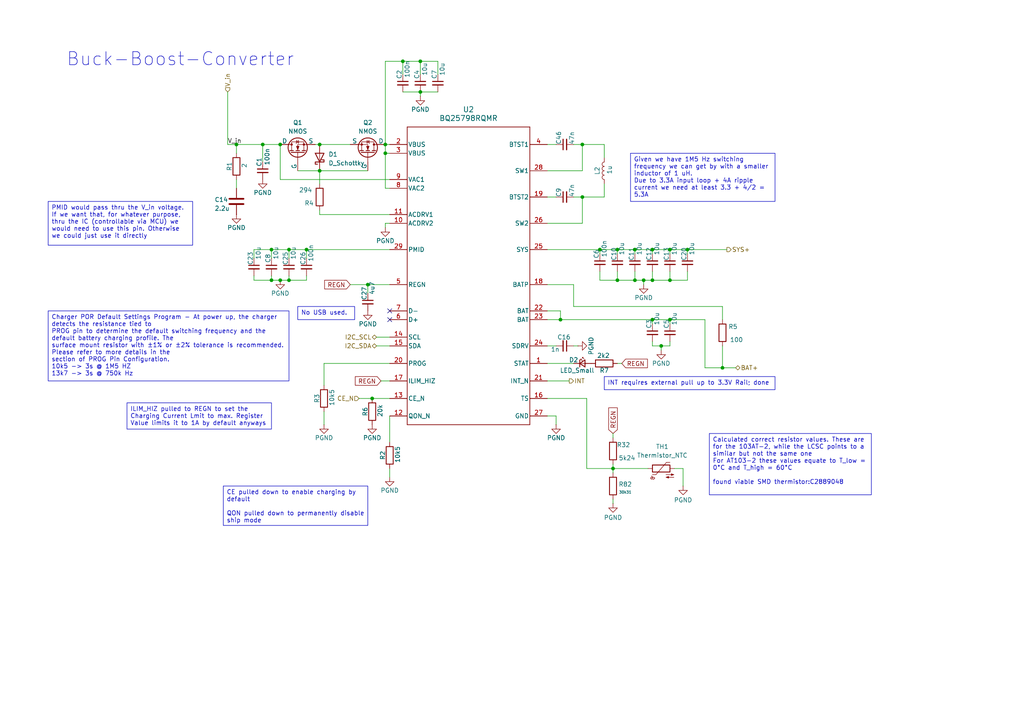
<source format=kicad_sch>
(kicad_sch (version 20250114) (generator "eeschema") (generator_version "9.0")
  (paper "A4")
  (lib_symbols
    (symbol "Device:C" (pin_numbers (hide yes)) (pin_names (offset 0.254))
      (property "Reference" "C" (at 0.635 2.54 0))
      (property "Value" "C" (at 0.635 -2.54 0))
      (symbol "C_0_1"
        (polyline (pts (xy -2.032 0.762) (xy 2.032 0.762)) (stroke (width 0.508)))
        (polyline (pts (xy -2.032 -0.762) (xy 2.032 -0.762)) (stroke (width 0.508)))
      )
      (symbol "C_1_1"
        (pin passive line (at 0 3.81 270) (length 2.794) (name "~") (number "1"))
        (pin passive line (at 0 -3.81 90) (length 2.794) (name "~") (number "2"))
      )
    )
    (symbol "Device:C_Small" (pin_numbers (hide yes)) (pin_names (offset 0.254) (hide yes))
      (property "Reference" "C" (at 0.254 1.778 0))
      (property "Value" "C_Small" (at 0.254 -2.032 0))
      (symbol "C_Small_0_1"
        (polyline (pts (xy -1.524 0.508) (xy 1.524 0.508)) (stroke (width 0.3048)))
        (polyline (pts (xy -1.524 -0.508) (xy 1.524 -0.508)) (stroke (width 0.3302)))
      )
      (symbol "C_Small_1_1"
        (pin passive line (at 0 2.54 270) (length 2.032) (name "~") (number "1"))
        (pin passive line (at 0 -2.54 90) (length 2.032) (name "~") (number "2"))
      )
    )
    (symbol "Device:D_Schottky" (pin_numbers (hide yes)) (pin_names (offset 1.016) (hide yes))
      (property "Reference" "D" (at 0 2.54 0))
      (property "Value" "D_Schottky" (at 0 -2.54 0))
      (symbol "D_Schottky_0_1"
        (polyline (pts (xy -1.905 0.635) (xy -1.905 1.27) (xy -1.27 1.27) (xy -1.27 -1.27) (xy -0.635 -1.27) (xy -0.635 -0.635)) (stroke (width 0.254)))
        (polyline (pts (xy 1.27 1.27) (xy 1.27 -1.27) (xy -1.27 0) (xy 1.27 1.27)) (stroke (width 0.254)))
        (polyline (pts (xy 1.27 0) (xy -1.27 0)))
      )
      (symbol "D_Schottky_1_1"
        (pin passive line (at -3.81 0 0) (length 2.54) (name "K") (number "1"))
        (pin passive line (at 3.81 0 180) (length 2.54) (name "A") (number "2"))
      )
    )
    (symbol "Device:L" (pin_numbers (hide yes)) (pin_names (offset 1.016) (hide yes))
      (property "Reference" "L" (at -1.27 0 90))
      (property "Value" "L" (at 1.905 0 90))
      (symbol "L_0_1"
        (arc (start 0 2.54) (mid 0.6323 1.905) (end 0 1.27))
        (arc (start 0 1.27) (mid 0.6323 0.635) (end 0 0))
        (arc (start 0 0) (mid 0.6323 -0.635) (end 0 -1.27))
        (arc (start 0 -1.27) (mid 0.6323 -1.905) (end 0 -2.54))
      )
      (symbol "L_1_1"
        (pin passive line (at 0 3.81 270) (length 1.27) (name "1") (number "1"))
        (pin passive line (at 0 -3.81 90) (length 1.27) (name "2") (number "2"))
      )
    )
    (symbol "Device:LED_Small" (pin_numbers (hide yes)) (pin_names (offset 0.254) (hide yes))
      (property "Reference" "D" (at -1.27 3.175 0))
      (property "Value" "LED_Small" (at -4.445 -2.54 0))
      (symbol "LED_Small_0_1"
        (polyline (pts (xy -0.762 -1.016) (xy -0.762 1.016)) (stroke (width 0.254)))
        (polyline (pts (xy 0 0.762) (xy -0.508 1.27) (xy -0.254 1.27) (xy -0.508 1.27) (xy -0.508 1.016)))
        (polyline (pts (xy 0.508 1.27) (xy 0 1.778) (xy 0.254 1.778) (xy 0 1.778) (xy 0 1.524)))
        (polyline (pts (xy 0.762 -1.016) (xy -0.762 0) (xy 0.762 1.016) (xy 0.762 -1.016)) (stroke (width 0.254)))
        (polyline (pts (xy 1.016 0) (xy -0.762 0)))
      )
      (symbol "LED_Small_1_1"
        (pin passive line (at -2.54 0 0) (length 1.778) (name "K") (number "1"))
        (pin passive line (at 2.54 0 180) (length 1.778) (name "A") (number "2"))
      )
    )
    (symbol "Device:R" (pin_numbers (hide yes)) (pin_names (offset 0))
      (property "Reference" "R" (at 2.032 0 90))
      (property "Value" "R" (at 0 0 90))
      (symbol "R_0_1"
        (rectangle (start -1.016 -2.54) (end 1.016 2.54) (stroke (width 0.254)))
      )
      (symbol "R_1_1"
        (pin passive line (at 0 3.81 270) (length 1.27) (name "~") (number "1"))
        (pin passive line (at 0 -3.81 90) (length 1.27) (name "~") (number "2"))
      )
    )
    (symbol "Device:Thermistor_NTC" (pin_numbers (hide yes)) (pin_names (offset 0))
      (property "Reference" "TH" (at -4.445 0 90))
      (property "Value" "Thermistor_NTC" (at 3.175 0 90))
      (symbol "Thermistor_NTC_0_1"
        (arc (start -3.175 2.413) (mid -3.0506 2.3165) (end -3.048 2.159))
        (arc (start -3.048 2.794) (mid -2.9736 2.9736) (end -2.794 3.048))
        (arc (start -2.794 3.048) (mid -2.6144 2.9736) (end -2.54 2.794))
        (arc (start -2.794 2.54) (mid -2.9736 2.6144) (end -3.048 2.794))
        (arc (start -2.794 1.905) (mid -2.9736 1.9794) (end -3.048 2.159))
        (arc (start -2.54 2.159) (mid -2.6144 1.9794) (end -2.794 1.905))
        (arc (start -2.159 2.794) (mid -2.434 2.5608) (end -2.794 2.54))
        (polyline (pts (xy -2.54 2.159) (xy -2.54 2.794)))
        (polyline (pts (xy -2.54 -3.683) (xy -2.54 -1.397) (xy -2.794 -2.159) (xy -2.286 -2.159) (xy -2.54 -1.397) (xy -2.54 -1.651)) (fill (type outline)))
        (polyline (pts (xy -1.778 2.54) (xy -1.778 1.524) (xy 1.778 -1.524) (xy 1.778 -2.54)))
        (polyline (pts (xy -1.778 -1.397) (xy -1.778 -3.683) (xy -2.032 -2.921) (xy -1.524 -2.921) (xy -1.778 -3.683) (xy -1.778 -3.429)) (fill (type outline)))
        (rectangle (start -1.016 2.54) (end 1.016 -2.54) (stroke (width 0.254)))
      )
      (symbol "Thermistor_NTC_1_1"
        (pin passive line (at 0 3.81 270) (length 1.27) (name "~") (number "1"))
        (pin passive line (at 0 -3.81 90) (length 1.27) (name "~") (number "2"))
      )
    )
    (symbol "Simulation_SPICE:NMOS" (pin_numbers (hide yes)) (pin_names (offset 0))
      (property "Reference" "Q" (at 5.08 1.27 0))
      (property "Value" "NMOS" (at 5.08 -1.27 0))
      (symbol "NMOS_0_1"
        (polyline (pts (xy 0.254 1.905) (xy 0.254 -1.905)) (stroke (width 0.254)))
        (polyline (pts (xy 0.254 0) (xy -2.54 0)))
        (polyline (pts (xy 0.762 2.286) (xy 0.762 1.27)) (stroke (width 0.254)))
        (polyline (pts (xy 0.762 0.508) (xy 0.762 -0.508)) (stroke (width 0.254)))
        (polyline (pts (xy 0.762 -1.27) (xy 0.762 -2.286)) (stroke (width 0.254)))
        (polyline (pts (xy 0.762 -1.778) (xy 3.302 -1.778) (xy 3.302 1.778) (xy 0.762 1.778)))
        (polyline (pts (xy 1.016 0) (xy 2.032 0.381) (xy 2.032 -0.381) (xy 1.016 0)) (fill (type outline)))
        (circle (center 1.651 0) (radius 2.794) (stroke (width 0.254)))
        (polyline (pts (xy 2.54 2.54) (xy 2.54 1.778)))
        (circle (center 2.54 1.778) (radius 0.254) (fill (type outline)))
        (circle (center 2.54 -1.778) (radius 0.254) (fill (type outline)))
        (polyline (pts (xy 2.54 -2.54) (xy 2.54 0) (xy 0.762 0)))
        (polyline (pts (xy 2.794 0.508) (xy 2.921 0.381) (xy 3.683 0.381) (xy 3.81 0.254)))
        (polyline (pts (xy 3.302 0.381) (xy 2.921 -0.254) (xy 3.683 -0.254) (xy 3.302 0.381)))
      )
      (symbol "NMOS_1_1"
        (pin input line (at -5.08 0 0) (length 2.54) (name "G") (number "2"))
        (pin passive line (at 2.54 5.08 270) (length 2.54) (name "D") (number "1"))
        (pin passive line (at 2.54 -5.08 90) (length 2.54) (name "S") (number "3"))
      )
    )
    (symbol "bq25798:BQ25798RQMR" (pin_names (offset 0.254))
      (property "Reference" "U" (at 0 2.54 0))
      (property "Value" "BQ25798RQMR" (at 0 0 0))
      (symbol "BQ25798RQMR_0_1"
        (polyline (pts (xy 5.08 5.08) (xy 5.08 -81.28)) (stroke (width 0.2032)))
        (polyline (pts (xy 5.08 -81.28) (xy 40.64 -81.28)) (stroke (width 0.2032)))
        (polyline (pts (xy 40.64 5.08) (xy 5.08 5.08)) (stroke (width 0.2032)))
        (polyline (pts (xy 40.64 -81.28) (xy 40.64 5.08)) (stroke (width 0.2032)))
        (pin power_in line (at 0 0 0) (length 5.08) (name "VBUS") (number "2"))
        (pin power_in line (at 0 -2.54 0) (length 5.08) (name "VBUS") (number "3"))
        (pin power_in line (at 0 -10.16 0) (length 5.08) (name "VAC1") (number "9"))
        (pin power_in line (at 0 -12.7 0) (length 5.08) (name "VAC2") (number "8"))
        (pin power_in line (at 0 -20.32 0) (length 5.08) (name "ACDRV1") (number "11"))
        (pin power_in line (at 0 -22.86 0) (length 5.08) (name "ACDRV2") (number "10"))
        (pin unspecified line (at 0 -30.48 0) (length 5.08) (name "PMID") (number "29"))
        (pin unspecified line (at 0 -40.64 0) (length 5.08) (name "REGN") (number "5"))
        (pin unspecified line (at 0 -48.26 0) (length 5.08) (name "D-") (number "7"))
        (pin unspecified line (at 0 -50.8 0) (length 5.08) (name "D+") (number "6"))
        (pin input line (at 0 -55.88 0) (length 5.08) (name "SCL") (number "14"))
        (pin bidirectional line (at 0 -58.42 0) (length 5.08) (name "SDA") (number "15"))
        (pin unspecified line (at 0 -63.5 0) (length 5.08) (name "PROG") (number "20"))
        (pin unspecified line (at 0 -68.58 0) (length 5.08) (name "ILIM_HIZ") (number "17"))
        (pin unspecified line (at 0 -73.66 0) (length 5.08) (name "CE_N") (number "13"))
        (pin unspecified line (at 0 -78.74 0) (length 5.08) (name "QON_N") (number "12"))
        (pin unspecified line (at 45.72 0 180) (length 5.08) (name "BTST1") (number "4"))
        (pin unspecified line (at 45.72 -7.62 180) (length 5.08) (name "SW1") (number "28"))
        (pin unspecified line (at 45.72 -15.24 180) (length 5.08) (name "BTST2") (number "19"))
        (pin unspecified line (at 45.72 -22.86 180) (length 5.08) (name "SW2") (number "26"))
        (pin unspecified line (at 45.72 -30.48 180) (length 5.08) (name "SYS") (number "25"))
        (pin unspecified line (at 45.72 -40.64 180) (length 5.08) (name "BATP") (number "18"))
        (pin unspecified line (at 45.72 -48.26 180) (length 5.08) (name "BAT") (number "22"))
        (pin unspecified line (at 45.72 -50.8 180) (length 5.08) (name "BAT") (number "23"))
        (pin unspecified line (at 45.72 -58.42 180) (length 5.08) (name "SDRV") (number "24"))
        (pin unspecified line (at 45.72 -63.5 180) (length 5.08) (name "STAT") (number "1"))
        (pin unspecified line (at 45.72 -68.58 180) (length 5.08) (name "INT_N") (number "21"))
        (pin unspecified line (at 45.72 -73.66 180) (length 5.08) (name "TS") (number "16"))
        (pin power_in line (at 45.72 -78.74 180) (length 5.08) (name "GND") (number "27"))
      )
    )
    (symbol "power:GND1" (power) (pin_numbers (hide yes)) (pin_names (offset 0) (hide yes))
      (property "Value" "GND1" (at 0 -3.81 0))
      (symbol "GND1_0_1"
        (polyline (pts (xy 0 0) (xy 0 -1.27) (xy 1.27 -1.27) (xy 0 -2.54) (xy -1.27 -1.27) (xy 0 -1.27)))
      )
      (symbol "GND1_1_1"
        (pin power_in line (at 0 0 270) (length 0) (name "~") (number "1"))
      )
    )
  )
  (text "Buck-Boost-Converter" (at 52.324 17.272 0) (effects (font (size 3.81 3.81))))
  (text_box "ILIM_HIZ pulled to REGN to set the Charging Current Lmit to max. Register Value limits it to 1A by default anyways" (at 36.83 116.84 0) (size 41.91 7.62) (margins 0.9525 0.9525 0.9525 0.9525) (effects (font (size 1.27 1.27)) (justify left top)))
  (text_box "Given we have 1M5 Hz switching frequency we can get by with a smaller inductor of 1 uH.\nDue to 3.3A input loop + 4A ripple current we need at least 3.3 + 4/2 = 5.3A\n" (at 182.88 44.45 0) (size 41.91 13.97) (margins 0.9525 0.9525 0.9525 0.9525) (effects (font (size 1.27 1.27)) (justify left top)))
  (text_box "INT requires external pull up to 3.3V Rail; done" (at 175.26 109.22 0) (size 49.53 3.81) (margins 0.9525 0.9525 0.9525 0.9525) (effects (font (size 1.27 1.27)) (justify left top)))
  (text_box "Calculated correct resistor values. These are for the 103AT-2, while the LCSC points to a similar but not the same one\nFor AT103-2 these values equate to T_low = 0°C and T_high = 60°C\n\nfound viable SMD thermistor:C2889048" (at 205.74 125.73 0) (size 46.99 17.78) (margins 0.9525 0.9525 0.9525 0.9525) (effects (font (size 1.27 1.27)) (justify left top)))
  (text_box "PMID would pass thru the V_in voltage. If we want that, for whatever purpose, thru the IC (controllable via MCU) we would need to use this pin. Otherwise we could just use it directly" (at 13.97 58.42 0) (size 41.91 12.7) (margins 0.9525 0.9525 0.9525 0.9525) (effects (font (size 1.27 1.27)) (justify left top)))
  (text_box "CE pulled down to enable charging by default\n\nQON pulled down to permanently disable ship mode" (at 64.77 140.97 0) (size 41.91 11.43) (margins 0.9525 0.9525 0.9525 0.9525) (effects (font (size 1.27 1.27)) (justify left top)))
  (text_box "No USB used." (at 86.36 88.9 0) (size 16.51 3.81) (margins 0.9525 0.9525 0.9525 0.9525) (effects (font (size 1.27 1.27)) (justify left top)))
  (text_box "Charger POR Default Settings Program - At power up, the charger detects the resistance tied to\nPROG pin to determine the default switching frequency and the default battery charging profile. The\nsurface mount resistor with ±1% or ±2% tolerance is recommended. Please refer to more details in the\nsection of PROG Pin Configuration. \n10k5 -> 3s @ 1M5 HZ\n13k7 -> 3s @ 750k Hz\n" (at 13.97 90.17 0) (size 69.85 20.32) (margins 0.9525 0.9525 0.9525 0.9525) (effects (font (size 1.27 1.27)) (justify left top)))
  (junction (at 184.15 72.39))
  (junction (at 194.31 92.71))
  (junction (at 179.07 72.39))
  (junction (at 107.95 115.57))
  (junction (at 111.76 41.91))
  (junction (at 68.58 41.91))
  (junction (at 189.23 92.71))
  (junction (at 83.82 81.28))
  (junction (at 83.82 72.39))
  (junction (at 177.8 135.89))
  (junction (at 194.31 72.39))
  (junction (at 173.99 72.39))
  (junction (at 162.56 92.71))
  (junction (at 179.07 81.28))
  (junction (at 168.91 41.91))
  (junction (at 116.84 17.78))
  (junction (at 81.28 41.91))
  (junction (at 186.69 81.28))
  (junction (at 168.91 57.15))
  (junction (at 111.76 44.45))
  (junction (at 81.28 81.28))
  (junction (at 209.55 106.68))
  (junction (at 194.31 81.28))
  (junction (at 199.39 72.39))
  (junction (at 92.71 49.53))
  (junction (at 76.2 41.91))
  (junction (at 88.9 72.39))
  (junction (at 92.71 41.91))
  (junction (at 106.68 82.55))
  (junction (at 78.74 81.28))
  (junction (at 189.23 81.28))
  (junction (at 78.74 72.39))
  (junction (at 121.92 26.67))
  (junction (at 184.15 81.28))
  (junction (at 191.77 100.33))
  (junction (at 121.92 17.78))
  (junction (at 189.23 72.39))
  (no_connect (at 113.03 92.71))
  (no_connect (at 113.03 90.17))
  (wire (pts (xy 194.31 81.28) (xy 189.23 81.28)))
  (wire (pts (xy 177.8 125.73) (xy 177.8 127)))
  (wire (pts (xy 158.75 90.17) (xy 162.56 90.17)))
  (wire (pts (xy 92.71 49.53) (xy 106.68 49.53)))
  (wire (pts (xy 116.84 17.78) (xy 121.92 17.78)))
  (wire (pts (xy 186.69 81.28) (xy 186.69 82.55)))
  (wire (pts (xy 194.31 72.39) (xy 189.23 72.39)))
  (wire (pts (xy 88.9 72.39) (xy 88.9 74.93)))
  (wire (pts (xy 127 17.78) (xy 121.92 17.78)))
  (wire (pts (xy 92.71 41.91) (xy 101.6 41.91)))
  (wire (pts (xy 83.82 72.39) (xy 83.82 74.93)))
  (wire (pts (xy 121.92 26.67) (xy 121.92 27.94)))
  (wire (pts (xy 92.71 62.23) (xy 92.71 60.96)))
  (wire (pts (xy 194.31 92.71) (xy 204.47 92.71)))
  (wire (pts (xy 184.15 78.74) (xy 184.15 81.28)))
  (wire (pts (xy 189.23 81.28) (xy 186.69 81.28)))
  (wire (pts (xy 175.26 53.34) (xy 175.26 57.15)))
  (wire (pts (xy 73.66 80.01) (xy 73.66 81.28)))
  (wire (pts (xy 76.2 41.91) (xy 81.28 41.91)))
  (wire (pts (xy 194.31 100.33) (xy 191.77 100.33)))
  (wire (pts (xy 162.56 92.71) (xy 189.23 92.71)))
  (wire (pts (xy 179.07 72.39) (xy 179.07 73.66)))
  (wire (pts (xy 92.71 41.91) (xy 91.44 41.91)))
  (wire (pts (xy 92.71 62.23) (xy 113.03 62.23)))
  (wire (pts (xy 66.04 41.91) (xy 68.58 41.91)))
  (wire (pts (xy 161.29 123.19) (xy 161.29 120.65)))
  (wire (pts (xy 107.95 115.57) (xy 113.03 115.57)))
  (wire (pts (xy 166.37 100.33) (xy 167.64 100.33)))
  (wire (pts (xy 209.55 100.33) (xy 209.55 106.68)))
  (wire (pts (xy 158.75 41.91) (xy 161.29 41.91)))
  (wire (pts (xy 175.26 57.15) (xy 168.91 57.15)))
  (wire (pts (xy 113.03 54.61) (xy 111.76 54.61)))
  (wire (pts (xy 194.31 78.74) (xy 194.31 81.28)))
  (wire (pts (xy 166.37 88.9) (xy 209.55 88.9)))
  (wire (pts (xy 158.75 49.53) (xy 168.91 49.53)))
  (wire (pts (xy 81.28 52.07) (xy 81.28 41.91)))
  (wire (pts (xy 106.68 82.55) (xy 101.6 82.55)))
  (wire (pts (xy 199.39 72.39) (xy 210.82 72.39)))
  (wire (pts (xy 83.82 72.39) (xy 88.9 72.39)))
  (wire (pts (xy 177.8 135.89) (xy 187.96 135.89)))
  (wire (pts (xy 213.36 106.68) (xy 209.55 106.68)))
  (wire (pts (xy 93.98 105.41) (xy 113.03 105.41)))
  (wire (pts (xy 106.68 82.55) (xy 113.03 82.55)))
  (wire (pts (xy 177.8 144.78) (xy 177.8 146.05)))
  (wire (pts (xy 92.71 49.53) (xy 92.71 53.34)))
  (wire (pts (xy 83.82 80.01) (xy 83.82 81.28)))
  (wire (pts (xy 166.37 41.91) (xy 168.91 41.91)))
  (wire (pts (xy 179.07 105.41) (xy 180.34 105.41)))
  (wire (pts (xy 189.23 92.71) (xy 194.31 92.71)))
  (wire (pts (xy 113.03 135.89) (xy 113.03 138.43)))
  (wire (pts (xy 170.18 135.89) (xy 170.18 115.57)))
  (wire (pts (xy 104.14 115.57) (xy 107.95 115.57)))
  (wire (pts (xy 68.58 52.07) (xy 68.58 54.61)))
  (wire (pts (xy 111.76 44.45) (xy 113.03 44.45)))
  (wire (pts (xy 161.29 100.33) (xy 158.75 100.33)))
  (wire (pts (xy 195.58 135.89) (xy 198.12 135.89)))
  (wire (pts (xy 93.98 119.38) (xy 93.98 123.19)))
  (wire (pts (xy 73.66 72.39) (xy 78.74 72.39)))
  (wire (pts (xy 173.99 72.39) (xy 179.07 72.39)))
  (wire (pts (xy 177.8 135.89) (xy 177.8 134.62)))
  (wire (pts (xy 109.22 97.79) (xy 113.03 97.79)))
  (wire (pts (xy 158.75 92.71) (xy 162.56 92.71)))
  (wire (pts (xy 158.75 105.41) (xy 166.37 105.41)))
  (wire (pts (xy 76.2 41.91) (xy 76.2 46.99)))
  (wire (pts (xy 73.66 81.28) (xy 78.74 81.28)))
  (wire (pts (xy 168.91 49.53) (xy 168.91 41.91)))
  (wire (pts (xy 88.9 81.28) (xy 83.82 81.28)))
  (wire (pts (xy 209.55 88.9) (xy 209.55 92.71)))
  (wire (pts (xy 199.39 73.66) (xy 199.39 72.39)))
  (wire (pts (xy 111.76 41.91) (xy 113.03 41.91)))
  (wire (pts (xy 116.84 21.59) (xy 116.84 17.78)))
  (wire (pts (xy 177.8 135.89) (xy 177.8 137.16)))
  (wire (pts (xy 66.04 26.67) (xy 66.04 41.91)))
  (wire (pts (xy 83.82 81.28) (xy 81.28 81.28)))
  (wire (pts (xy 78.74 81.28) (xy 81.28 81.28)))
  (wire (pts (xy 68.58 41.91) (xy 68.58 44.45)))
  (wire (pts (xy 189.23 92.71) (xy 189.23 93.98)))
  (wire (pts (xy 184.15 81.28) (xy 179.07 81.28)))
  (wire (pts (xy 111.76 44.45) (xy 111.76 41.91)))
  (wire (pts (xy 121.92 17.78) (xy 121.92 21.59)))
  (wire (pts (xy 106.68 82.55) (xy 106.68 85.09)))
  (wire (pts (xy 158.75 82.55) (xy 166.37 82.55)))
  (wire (pts (xy 184.15 73.66) (xy 184.15 72.39)))
  (wire (pts (xy 168.91 64.77) (xy 168.91 57.15)))
  (wire (pts (xy 110.49 110.49) (xy 113.03 110.49)))
  (wire (pts (xy 168.91 57.15) (xy 166.37 57.15)))
  (wire (pts (xy 170.18 115.57) (xy 158.75 115.57)))
  (wire (pts (xy 166.37 82.55) (xy 166.37 88.9)))
  (wire (pts (xy 127 21.59) (xy 127 17.78)))
  (wire (pts (xy 73.66 74.93) (xy 73.66 72.39)))
  (wire (pts (xy 199.39 78.74) (xy 199.39 81.28)))
  (wire (pts (xy 189.23 72.39) (xy 184.15 72.39)))
  (wire (pts (xy 116.84 26.67) (xy 121.92 26.67)))
  (wire (pts (xy 173.99 81.28) (xy 179.07 81.28)))
  (wire (pts (xy 78.74 72.39) (xy 78.74 74.93)))
  (wire (pts (xy 113.03 64.77) (xy 111.76 64.77)))
  (wire (pts (xy 199.39 81.28) (xy 194.31 81.28)))
  (wire (pts (xy 168.91 41.91) (xy 175.26 41.91)))
  (wire (pts (xy 194.31 93.98) (xy 194.31 92.71)))
  (wire (pts (xy 111.76 64.77) (xy 111.76 66.04)))
  (wire (pts (xy 158.75 57.15) (xy 161.29 57.15)))
  (wire (pts (xy 111.76 41.91) (xy 111.76 17.78)))
  (wire (pts (xy 162.56 90.17) (xy 162.56 92.71)))
  (wire (pts (xy 113.03 120.65) (xy 113.03 128.27)))
  (wire (pts (xy 189.23 73.66) (xy 189.23 72.39)))
  (wire (pts (xy 204.47 106.68) (xy 209.55 106.68)))
  (wire (pts (xy 86.36 49.53) (xy 92.71 49.53)))
  (wire (pts (xy 189.23 99.06) (xy 189.23 100.33)))
  (wire (pts (xy 179.07 78.74) (xy 179.07 81.28)))
  (wire (pts (xy 198.12 135.89) (xy 198.12 140.97)))
  (wire (pts (xy 109.22 100.33) (xy 113.03 100.33)))
  (wire (pts (xy 158.75 72.39) (xy 173.99 72.39)))
  (wire (pts (xy 199.39 72.39) (xy 194.31 72.39)))
  (wire (pts (xy 78.74 80.01) (xy 78.74 81.28)))
  (wire (pts (xy 194.31 73.66) (xy 194.31 72.39)))
  (wire (pts (xy 173.99 73.66) (xy 173.99 72.39)))
  (wire (pts (xy 68.58 41.91) (xy 76.2 41.91)))
  (wire (pts (xy 158.75 64.77) (xy 168.91 64.77)))
  (wire (pts (xy 78.74 72.39) (xy 83.82 72.39)))
  (wire (pts (xy 88.9 80.01) (xy 88.9 81.28)))
  (wire (pts (xy 184.15 72.39) (xy 179.07 72.39)))
  (wire (pts (xy 194.31 99.06) (xy 194.31 100.33)))
  (wire (pts (xy 186.69 81.28) (xy 184.15 81.28)))
  (wire (pts (xy 191.77 101.6) (xy 191.77 100.33)))
  (wire (pts (xy 93.98 105.41) (xy 93.98 111.76)))
  (wire (pts (xy 165.1 110.49) (xy 158.75 110.49)))
  (wire (pts (xy 113.03 72.39) (xy 88.9 72.39)))
  (wire (pts (xy 113.03 52.07) (xy 81.28 52.07)))
  (wire (pts (xy 121.92 26.67) (xy 127 26.67)))
  (wire (pts (xy 204.47 92.71) (xy 204.47 106.68)))
  (wire (pts (xy 170.18 135.89) (xy 177.8 135.89)))
  (wire (pts (xy 189.23 78.74) (xy 189.23 81.28)))
  (wire (pts (xy 111.76 44.45) (xy 111.76 54.61)))
  (wire (pts (xy 175.26 41.91) (xy 175.26 45.72)))
  (wire (pts (xy 191.77 100.33) (xy 189.23 100.33)))
  (wire (pts (xy 111.76 17.78) (xy 116.84 17.78)))
  (wire (pts (xy 173.99 78.74) (xy 173.99 81.28)))
  (wire (pts (xy 161.29 120.65) (xy 158.75 120.65)))
  (label "V_in" (at 66.04 41.91 0))
  (global_label "REGN" (shape input) (at 101.6 82.55 180) (property "Intersheetrefs" "${INTERSHEET_REFS}" (effects (hide yes))))
  (global_label "REGN" (shape input) (at 177.8 125.73 90) (property "Intersheetrefs" "${INTERSHEET_REFS}" (effects (hide yes))))
  (global_label "REGN" (shape input) (at 180.34 105.41 0) (property "Intersheetrefs" "${INTERSHEET_REFS}" (effects (hide yes))))
  (global_label "REGN" (shape input) (at 110.49 110.49 180) (property "Intersheetrefs" "${INTERSHEET_REFS}" (effects (hide yes))))
  (hierarchical_label "INT" (shape output) (at 165.1 110.49 0))
  (hierarchical_label "V_in" (shape input) (at 66.04 26.67 90))
  (hierarchical_label "CE_N" (shape input) (at 104.14 115.57 180))
  (hierarchical_label "SYS+" (shape output) (at 210.82 72.39 0))
  (hierarchical_label "BAT+" (shape bidirectional) (at 213.36 106.68 0))
  (hierarchical_label "I2C_SDA" (shape bidirectional) (at 109.22 100.33 180))
  (hierarchical_label "I2C_SCL" (shape bidirectional) (at 109.22 97.79 180))
  (symbol (lib_id "bq25798:BQ25798RQMR") (at 113.03 41.91 0) (unit 1)
    (property "Reference" "U2" (at 135.89 31.75 0) (effects (font (size 1.524 1.524))))
    (property "Value" "BQ25798RQMR" (at 135.89 34.29 0) (effects (font (size 1.524 1.524))))
    (property "Footprint" "RQM0029A-MFG" (effects (hide yes)))
    (property "Datasheet" "https://www.ti.com/lit/gpn/bq25798" (effects (hide yes)))
  )
  (symbol (lib_id "power:GND1") (at 81.28 81.28 0) (unit 1)
    (property "Reference" "#PWR016" (effects (hide yes)))
    (property "Value" "PGND" (at 81.28 85.09 0))
    (property "Description" "Power symbol creates a global label with name \"GND1\" , ground" (effects (hide yes)))
  )
  (symbol (lib_id "Device:R") (at 107.95 119.38 180) (unit 1)
    (property "Reference" "R6" (at 105.918 119.38 90))
    (property "Value" "20k" (at 110.236 119.126 90))
    (property "Footprint" "Resistor_SMD:R_0402_1005Metric" (effects (hide yes)))
    (property "Description" "Resistor" (effects (hide yes)))
  )
  (symbol (lib_id "power:GND1") (at 167.64 100.33 90) (unit 1)
    (property "Reference" "#PWR047" (effects (hide yes)))
    (property "Value" "PGND" (at 171.45 100.33 0))
    (property "Description" "Power symbol creates a global label with name \"GND1\" , ground" (effects (hide yes)))
  )
  (symbol (lib_id "Device:C") (at 68.58 58.42 0) (unit 1)
    (property "Reference" "C14" (at 62.23 57.912 0) (effects (justify left)))
    (property "Value" "2.2u" (at 62.23 60.452 0) (effects (justify left)))
    (property "Description" "Unpolarized capacitor" (effects (hide yes)))
  )
  (symbol (lib_id "Device:C_Small") (at 173.99 76.2 0) (mirror y) (unit 1)
    (property "Reference" "C6" (at 172.974 73.66 90))
    (property "Value" "100n" (at 175.26 72.136 90))
    (property "Footprint" "Capacitor_SMD:C_0402_1005Metric" (effects (hide yes)))
    (property "Description" "Unpolarized capacitor, small symbol" (effects (hide yes)))
    (property "LCSC" "C307331" (effects (hide yes)))
  )
  (symbol (lib_id "Device:LED_Small") (at 168.91 105.41 0) (unit 1)
    (property "Reference" "D2" (at 166.37 104.394 0))
    (property "Value" "LED_Small" (at 167.386 107.442 0))
    (property "Description" "Light emitting diode, small symbol" (effects (hide yes)))
    (property "Sim.Pin" "1=K 2=A" (effects (hide yes)))
  )
  (symbol (lib_id "Device:C_Small") (at 163.83 100.33 270) (mirror x) (unit 1)
    (property "Reference" "C16" (at 163.576 97.79 90))
    (property "Value" "1n" (at 161.036 101.346 90))
    (property "Footprint" "Capacitor_SMD:C_0402_1005Metric" (effects (hide yes)))
    (property "Description" "Unpolarized capacitor, small symbol" (effects (hide yes)))
    (property "LCSC" "C1523" (effects (hide yes)))
  )
  (symbol (lib_id "power:GND1") (at 177.8 146.05 0) (unit 1)
    (property "Reference" "#PWR089" (effects (hide yes)))
    (property "Value" "PGND" (at 177.8 150.114 0))
    (property "Description" "Power symbol creates a global label with name \"GND1\" , ground" (effects (hide yes)))
  )
  (symbol (lib_id "Device:C_Small") (at 194.31 76.2 0) (mirror y) (unit 1)
    (property "Reference" "C13" (at 193.294 73.66 90))
    (property "Value" "10u" (at 195.58 72.136 90))
    (property "Footprint" "Capacitor_SMD:C_0402_1005Metric" (effects (hide yes)))
    (property "Description" "Unpolarized capacitor, small symbol" (effects (hide yes)))
    (property "LCSC" "C307331" (effects (hide yes)))
  )
  (symbol (lib_id "Device:C_Small") (at 189.23 76.2 0) (mirror y) (unit 1)
    (property "Reference" "C12" (at 188.214 73.66 90))
    (property "Value" "10u" (at 190.5 72.136 90))
    (property "Footprint" "Capacitor_SMD:C_0402_1005Metric" (effects (hide yes)))
    (property "Description" "Unpolarized capacitor, small symbol" (effects (hide yes)))
    (property "LCSC" "C307331" (effects (hide yes)))
  )
  (symbol (lib_id "power:GND1") (at 111.76 66.04 0) (unit 1)
    (property "Reference" "#PWR08" (effects (hide yes)))
    (property "Value" "PGND" (at 111.76 69.85 0))
    (property "Description" "Power symbol creates a global label with name \"GND1\" , ground" (effects (hide yes)))
  )
  (symbol (lib_id "power:GND1") (at 161.29 123.19 0) (unit 1)
    (property "Reference" "#PWR012" (effects (hide yes)))
    (property "Value" "PGND" (at 161.29 127 0))
    (property "Description" "Power symbol creates a global label with name \"GND1\" , ground" (effects (hide yes)))
  )
  (symbol (lib_id "power:GND1") (at 93.98 123.19 0) (unit 1)
    (property "Reference" "#PWR014" (effects (hide yes)))
    (property "Value" "PGND" (at 93.98 127 0))
    (property "Description" "Power symbol creates a global label with name \"GND1\" , ground" (effects (hide yes)))
  )
  (symbol (lib_id "Device:R") (at 68.58 48.26 180) (unit 1)
    (property "Reference" "R1" (at 66.548 48.26 90))
    (property "Value" "2" (at 70.866 48.006 90))
    (property "Footprint" "Resistor_SMD:R_0402_1005Metric" (effects (hide yes)))
    (property "Description" "Resistor" (effects (hide yes)))
  )
  (symbol (lib_id "Device:Thermistor_NTC") (at 191.77 135.89 90) (unit 1)
    (property "Reference" "TH1" (at 192.0875 129.54 90))
    (property "Value" "Thermistor_NTC" (at 192.0875 132.08 90))
    (property "Footprint" "Capacitor_SMD:C_0201_0603Metric" (effects (hide yes)))
    (property "Description" "Temperature dependent resistor, negative temperature coefficient" (effects (hide yes)))
    (property "LCSC" "C2889048" (effects (hide yes)))
  )
  (symbol (lib_id "power:GND1") (at 106.68 90.17 0) (unit 1)
    (property "Reference" "#PWR017" (effects (hide yes)))
    (property "Value" "PGND" (at 106.68 93.98 0))
    (property "Description" "Power symbol creates a global label with name \"GND1\" , ground" (effects (hide yes)))
  )
  (symbol (lib_id "power:GND1") (at 107.95 123.19 0) (unit 1)
    (property "Reference" "#PWR013" (effects (hide yes)))
    (property "Value" "PGND" (at 107.95 127 0))
    (property "Description" "Power symbol creates a global label with name \"GND1\" , ground" (effects (hide yes)))
  )
  (symbol (lib_id "power:GND1") (at 68.58 62.23 0) (unit 1)
    (property "Reference" "#PWR07" (effects (hide yes)))
    (property "Value" "PGND" (at 68.58 66.04 0))
    (property "Description" "Power symbol creates a global label with name \"GND1\" , ground" (effects (hide yes)))
  )
  (symbol (lib_id "Device:R") (at 175.26 105.41 270) (unit 1)
    (property "Reference" "R7" (at 175.26 107.442 90))
    (property "Value" "2k2" (at 175.006 103.124 90))
    (property "Footprint" "Resistor_SMD:R_0402_1005Metric" (effects (hide yes)))
    (property "Description" "Resistor" (effects (hide yes)))
  )
  (symbol (lib_id "Device:D_Schottky") (at 92.71 45.72 90) (unit 1)
    (property "Reference" "D1" (at 95.25 44.7674 90) (effects (justify right)))
    (property "Value" "D_Schottky" (at 95.25 47.3074 90) (effects (justify right)))
    (property "Description" "Schottky diode" (effects (hide yes)))
  )
  (symbol (lib_id "power:GND1") (at 76.2 52.07 0) (unit 1)
    (property "Reference" "#PWR035" (effects (hide yes)))
    (property "Value" "PGND" (at 76.2 55.88 0))
    (property "Description" "Power symbol creates a global label with name \"GND1\" , ground" (effects (hide yes)))
  )
  (symbol (lib_id "Device:C_Small") (at 76.2 49.53 0) (mirror y) (unit 1)
    (property "Reference" "C1" (at 75.184 46.99 90))
    (property "Value" "100n" (at 77.47 45.466 90))
    (property "Footprint" "Capacitor_SMD:C_0402_1005Metric" (effects (hide yes)))
    (property "Description" "Unpolarized capacitor, small symbol" (effects (hide yes)))
    (property "LCSC" "C307331" (effects (hide yes)))
  )
  (symbol (lib_id "Device:C_Small") (at 83.82 77.47 0) (mirror y) (unit 1)
    (property "Reference" "C25" (at 82.804 74.93 90))
    (property "Value" "10u" (at 85.09 73.406 90))
    (property "Footprint" "Capacitor_SMD:C_0402_1005Metric" (effects (hide yes)))
    (property "Description" "Unpolarized capacitor, small symbol" (effects (hide yes)))
    (property "LCSC" "C307331" (effects (hide yes)))
  )
  (symbol (lib_id "Device:R") (at 209.55 96.52 180) (unit 1)
    (property "Reference" "R5" (at 212.598 94.742 0))
    (property "Value" "100" (at 213.614 98.552 0))
    (property "Footprint" "Resistor_SMD:R_0603_1608Metric" (effects (hide yes)))
    (property "Description" "Resistor" (effects (hide yes)))
    (property "LCSC" "C25900" (effects (hide yes)))
  )
  (symbol (lib_id "Simulation_SPICE:NMOS") (at 86.36 44.45 90) (unit 1)
    (property "Reference" "Q1" (at 86.36 35.56 90))
    (property "Value" "NMOS" (at 86.36 38.1 90))
    (property "Datasheet" "https://ngspice.sourceforge.io/docs/ngspice-html-manual/manual.xhtml#cha_MOSFETs" (effects (hide yes)))
    (property "Description" "N-MOSFET transistor, drain/source/gate" (effects (hide yes)))
    (property "Sim.Device" "NMOS" (effects (hide yes)))
    (property "Sim.Type" "VDMOS" (effects (hide yes)))
    (property "Sim.Pins" "1=D 2=G 3=S" (effects (hide yes)))
  )
  (symbol (lib_id "Device:R") (at 92.71 57.15 0) (unit 1)
    (property "Reference" "R4" (at 89.662 58.928 0))
    (property "Value" "294" (at 88.646 55.118 0))
    (property "Footprint" "Resistor_SMD:R_0603_1608Metric" (effects (hide yes)))
    (property "Description" "Resistor" (effects (hide yes)))
    (property "LCSC" "C25900" (effects (hide yes)))
  )
  (symbol (lib_id "power:GND1") (at 198.12 140.97 0) (unit 1)
    (property "Reference" "#PWR031" (effects (hide yes)))
    (property "Value" "PGND" (at 198.12 145.034 0))
    (property "Description" "Power symbol creates a global label with name \"GND1\" , ground" (effects (hide yes)))
  )
  (symbol (lib_id "Device:C_Small") (at 179.07 76.2 0) (mirror y) (unit 1)
    (property "Reference" "C10" (at 178.054 73.66 90))
    (property "Value" "10u" (at 180.34 72.136 90))
    (property "Footprint" "Capacitor_SMD:C_0402_1005Metric" (effects (hide yes)))
    (property "Description" "Unpolarized capacitor, small symbol" (effects (hide yes)))
    (property "LCSC" "C307331" (effects (hide yes)))
  )
  (symbol (lib_id "Device:C_Small") (at 121.92 24.13 0) (mirror y) (unit 1)
    (property "Reference" "C4" (at 120.904 21.59 90))
    (property "Value" "10u" (at 123.19 20.066 90))
    (property "Footprint" "Capacitor_SMD:C_0402_1005Metric" (effects (hide yes)))
    (property "Description" "Unpolarized capacitor, small symbol" (effects (hide yes)))
    (property "LCSC" "C307331" (effects (hide yes)))
  )
  (symbol (lib_id "Device:C_Small") (at 78.74 77.47 0) (mirror y) (unit 1)
    (property "Reference" "C8" (at 77.724 74.93 90))
    (property "Value" "10u" (at 80.01 73.406 90))
    (property "Footprint" "Capacitor_SMD:C_0402_1005Metric" (effects (hide yes)))
    (property "Description" "Unpolarized capacitor, small symbol" (effects (hide yes)))
    (property "LCSC" "C307331" (effects (hide yes)))
  )
  (symbol (lib_id "Device:C_Small") (at 163.83 41.91 90) (mirror x) (unit 1)
    (property "Reference" "C46" (at 162.052 41.91 0) (effects (justify right)))
    (property "Value" "47n" (at 165.862 41.91 0) (effects (justify right)))
    (property "Footprint" "Capacitor_SMD:C_0603_1608Metric" (effects (hide yes)))
    (property "Description" "Unpolarized capacitor, small symbol" (effects (hide yes)))
    (property "LCSC" "C1622" (effects (hide yes)))
  )
  (symbol (lib_id "Device:C_Small") (at 163.83 57.15 90) (mirror x) (unit 1)
    (property "Reference" "C9" (at 162.052 57.15 0) (effects (justify right)))
    (property "Value" "47n" (at 165.862 57.15 0) (effects (justify right)))
    (property "Footprint" "Capacitor_SMD:C_0603_1608Metric" (effects (hide yes)))
    (property "Description" "Unpolarized capacitor, small symbol" (effects (hide yes)))
    (property "LCSC" "C1622" (effects (hide yes)))
  )
  (symbol (lib_id "Device:C_Small") (at 194.31 96.52 0) (mirror y) (unit 1)
    (property "Reference" "C5" (at 193.294 93.98 90))
    (property "Value" "10u" (at 195.58 92.456 90))
    (property "Footprint" "Capacitor_SMD:C_0402_1005Metric" (effects (hide yes)))
    (property "Description" "Unpolarized capacitor, small symbol" (effects (hide yes)))
    (property "LCSC" "C307331" (effects (hide yes)))
  )
  (symbol (lib_id "Device:R") (at 177.8 130.81 180) (unit 1)
    (property "Reference" "R32" (at 180.848 129.032 0))
    (property "Value" "5k24" (at 181.864 132.842 0))
    (property "Footprint" "Resistor_SMD:R_0603_1608Metric" (effects (hide yes)))
    (property "Description" "Resistor" (effects (hide yes)))
    (property "LCSC" "C25900" (effects (hide yes)))
  )
  (symbol (lib_id "power:GND1") (at 113.03 138.43 0) (unit 1)
    (property "Reference" "#PWR015" (effects (hide yes)))
    (property "Value" "PGND" (at 113.03 142.24 0))
    (property "Description" "Power symbol creates a global label with name \"GND1\" , ground" (effects (hide yes)))
  )
  (symbol (lib_id "power:GND1") (at 191.77 101.6 0) (unit 1)
    (property "Reference" "#PWR011" (effects (hide yes)))
    (property "Value" "PGND" (at 191.77 105.41 0))
    (property "Description" "Power symbol creates a global label with name \"GND1\" , ground" (effects (hide yes)))
  )
  (symbol (lib_id "Device:R") (at 177.8 140.97 0) (unit 1)
    (property "Reference" "R82" (at 181.356 140.462 0))
    (property "Value" "30k31" (at 181.356 142.748 0) (effects (font (size 0.762 0.762))))
    (property "Footprint" "Resistor_SMD:R_0603_1608Metric" (effects (hide yes)))
    (property "Description" "Resistor" (effects (hide yes)))
    (property "LCSC" "C25768" (effects (hide yes)))
  )
  (symbol (lib_id "power:GND1") (at 121.92 27.94 0) (unit 1)
    (property "Reference" "#PWR09" (effects (hide yes)))
    (property "Value" "PGND" (at 121.92 31.75 0))
    (property "Description" "Power symbol creates a global label with name \"GND1\" , ground" (effects (hide yes)))
  )
  (symbol (lib_id "Device:C_Small") (at 116.84 24.13 0) (mirror y) (unit 1)
    (property "Reference" "C2" (at 115.824 21.59 90))
    (property "Value" "100n" (at 118.11 20.066 90))
    (property "Footprint" "Capacitor_SMD:C_0402_1005Metric" (effects (hide yes)))
    (property "Description" "Unpolarized capacitor, small symbol" (effects (hide yes)))
    (property "LCSC" "C307331" (effects (hide yes)))
  )
  (symbol (lib_id "Device:C_Small") (at 88.9 77.47 0) (mirror y) (unit 1)
    (property "Reference" "C26" (at 87.884 74.93 90))
    (property "Value" "100n" (at 90.17 73.406 90))
    (property "Footprint" "Capacitor_SMD:C_0402_1005Metric" (effects (hide yes)))
    (property "Description" "Unpolarized capacitor, small symbol" (effects (hide yes)))
    (property "LCSC" "C307331" (effects (hide yes)))
  )
  (symbol (lib_id "Simulation_SPICE:NMOS") (at 106.68 44.45 270) (mirror x) (unit 1)
    (property "Reference" "Q2" (at 106.68 35.56 90))
    (property "Value" "NMOS" (at 106.68 38.1 90))
    (property "Datasheet" "https://ngspice.sourceforge.io/docs/ngspice-html-manual/manual.xhtml#cha_MOSFETs" (effects (hide yes)))
    (property "Description" "N-MOSFET transistor, drain/source/gate" (effects (hide yes)))
    (property "Sim.Device" "NMOS" (effects (hide yes)))
    (property "Sim.Type" "VDMOS" (effects (hide yes)))
    (property "Sim.Pins" "1=D 2=G 3=S" (effects (hide yes)))
  )
  (symbol (lib_id "Device:C_Small") (at 199.39 76.2 0) (mirror y) (unit 1)
    (property "Reference" "C20" (at 198.374 73.66 90))
    (property "Value" "10u" (at 200.66 72.136 90))
    (property "Footprint" "Capacitor_SMD:C_0402_1005Metric" (effects (hide yes)))
    (property "Description" "Unpolarized capacitor, small symbol" (effects (hide yes)))
    (property "LCSC" "C307331" (effects (hide yes)))
  )
  (symbol (lib_id "Device:C_Small") (at 189.23 96.52 0) (mirror y) (unit 1)
    (property "Reference" "C3" (at 188.214 93.98 90))
    (property "Value" "10u" (at 190.5 92.456 90))
    (property "Footprint" "Capacitor_SMD:C_0402_1005Metric" (effects (hide yes)))
    (property "Description" "Unpolarized capacitor, small symbol" (effects (hide yes)))
    (property "LCSC" "C307331" (effects (hide yes)))
  )
  (symbol (lib_id "power:GND1") (at 186.69 82.55 0) (unit 1)
    (property "Reference" "#PWR010" (effects (hide yes)))
    (property "Value" "PGND" (at 186.69 86.36 0))
    (property "Description" "Power symbol creates a global label with name \"GND1\" , ground" (effects (hide yes)))
  )
  (symbol (lib_id "Device:C_Small") (at 184.15 76.2 0) (mirror y) (unit 1)
    (property "Reference" "C11" (at 183.134 73.66 90))
    (property "Value" "10u" (at 185.42 72.136 90))
    (property "Footprint" "Capacitor_SMD:C_0402_1005Metric" (effects (hide yes)))
    (property "Description" "Unpolarized capacitor, small symbol" (effects (hide yes)))
    (property "LCSC" "C307331" (effects (hide yes)))
  )
  (symbol (lib_id "Device:R") (at 113.03 132.08 180) (unit 1)
    (property "Reference" "R2" (at 110.998 132.08 90))
    (property "Value" "10k5" (at 115.316 131.826 90))
    (property "Footprint" "Resistor_SMD:R_0402_1005Metric" (effects (hide yes)))
    (property "Description" "Resistor" (effects (hide yes)))
  )
  (symbol (lib_id "Device:C_Small") (at 106.68 87.63 0) (mirror y) (unit 1)
    (property "Reference" "C27" (at 105.664 85.09 90))
    (property "Value" "4u7" (at 107.95 83.566 90))
    (property "Footprint" "Capacitor_SMD:C_0402_1005Metric" (effects (hide yes)))
    (property "Description" "Unpolarized capacitor, small symbol" (effects (hide yes)))
    (property "LCSC" "C307331" (effects (hide yes)))
  )
  (symbol (lib_id "Device:C_Small") (at 73.66 77.47 0) (mirror y) (unit 1)
    (property "Reference" "C23" (at 72.644 74.93 90))
    (property "Value" "10u" (at 74.93 73.406 90))
    (property "Footprint" "Capacitor_SMD:C_0402_1005Metric" (effects (hide yes)))
    (property "Description" "Unpolarized capacitor, small symbol" (effects (hide yes)))
    (property "LCSC" "C307331" (effects (hide yes)))
  )
  (symbol (lib_id "Device:L") (at 175.26 49.53 180) (unit 1)
    (property "Reference" "L2" (at 173.228 49.53 90))
    (property "Value" "1u" (at 176.784 49.276 90))
    (property "Footprint" "Inductor_SMD_Wurth:L_Wurth_WE-LQSH-3012" (effects (hide yes)))
    (property "Datasheet" "https://www.lcsc.com/datasheet/C7423316.pdf" (effects (hide yes)))
    (property "Description" "Inductor" (effects (hide yes)))
    (property "LCSC" "C7423316" (effects (hide yes)))
  )
  (symbol (lib_id "Device:R") (at 93.98 115.57 180) (unit 1)
    (property "Reference" "R3" (at 91.948 115.57 90))
    (property "Value" "10k5" (at 96.266 115.316 90))
    (property "Footprint" "Resistor_SMD:R_0402_1005Metric" (effects (hide yes)))
    (property "Description" "Resistor" (effects (hide yes)))
  )
  (symbol (lib_id "Device:C_Small") (at 127 24.13 0) (mirror y) (unit 1)
    (property "Reference" "C7" (at 125.984 21.59 90))
    (property "Value" "10u" (at 128.27 20.066 90))
    (property "Footprint" "Capacitor_SMD:C_0402_1005Metric" (effects (hide yes)))
    (property "Description" "Unpolarized capacitor, small symbol" (effects (hide yes)))
    (property "LCSC" "C307331" (effects (hide yes)))
  )
)
</source>
